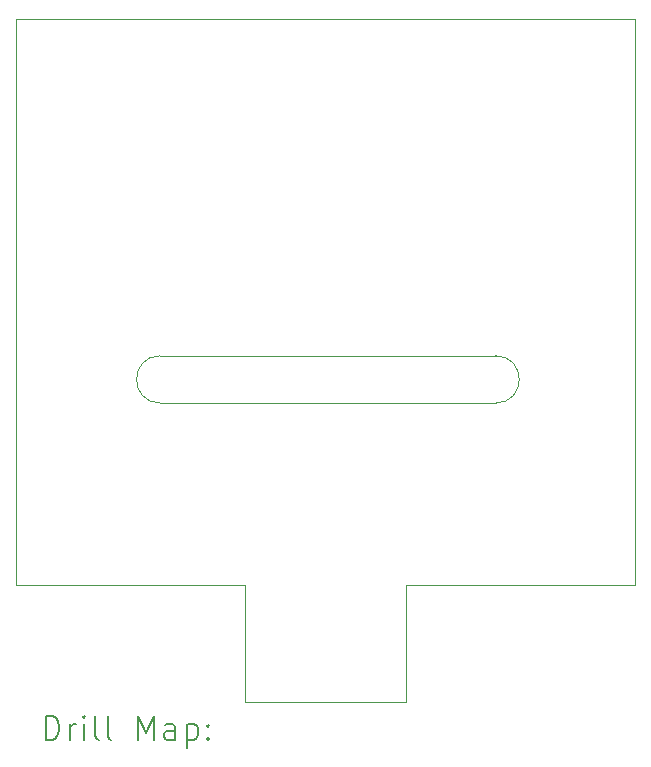
<source format=gbr>
%FSLAX45Y45*%
G04 Gerber Fmt 4.5, Leading zero omitted, Abs format (unit mm)*
G04 Created by KiCad (PCBNEW 6.0.5+dfsg-1) date 2022-06-12 19:52:06*
%MOMM*%
%LPD*%
G01*
G04 APERTURE LIST*
%TA.AperFunction,Profile*%
%ADD10C,0.100000*%
%TD*%
%ADD11C,0.200000*%
G04 APERTURE END LIST*
D10*
X11480000Y-10740000D02*
X10435000Y-10740000D01*
X12372500Y-11735000D02*
X12372500Y-10740000D01*
X11655000Y-9200000D02*
X14495000Y-9200000D01*
X14495000Y-9200000D02*
G75*
G03*
X14495000Y-8800000I0J200000D01*
G01*
X13740000Y-11735000D02*
X13740000Y-10745000D01*
X15675000Y-10745000D02*
X15675000Y-10585000D01*
X14630000Y-10745000D02*
X15675000Y-10745000D01*
X12372500Y-11735000D02*
X13740000Y-11735000D01*
X15675000Y-10585000D02*
X15675000Y-5945000D01*
X15675000Y-5945000D02*
X10435000Y-5945000D01*
X14495000Y-8800000D02*
X11655000Y-8800000D01*
X11655000Y-8800000D02*
G75*
G03*
X11655000Y-9200000I0J-200000D01*
G01*
X10435000Y-10740000D02*
X10435000Y-10585000D01*
X12372500Y-10740000D02*
X11480000Y-10740000D01*
X13740000Y-10745000D02*
X14630000Y-10745000D01*
X10435000Y-5945000D02*
X10435000Y-10585000D01*
D11*
X10687619Y-12050476D02*
X10687619Y-11850476D01*
X10735238Y-11850476D01*
X10763810Y-11860000D01*
X10782857Y-11879048D01*
X10792381Y-11898095D01*
X10801905Y-11936190D01*
X10801905Y-11964762D01*
X10792381Y-12002857D01*
X10782857Y-12021905D01*
X10763810Y-12040952D01*
X10735238Y-12050476D01*
X10687619Y-12050476D01*
X10887619Y-12050476D02*
X10887619Y-11917143D01*
X10887619Y-11955238D02*
X10897143Y-11936190D01*
X10906667Y-11926667D01*
X10925714Y-11917143D01*
X10944762Y-11917143D01*
X11011429Y-12050476D02*
X11011429Y-11917143D01*
X11011429Y-11850476D02*
X11001905Y-11860000D01*
X11011429Y-11869524D01*
X11020952Y-11860000D01*
X11011429Y-11850476D01*
X11011429Y-11869524D01*
X11135238Y-12050476D02*
X11116190Y-12040952D01*
X11106667Y-12021905D01*
X11106667Y-11850476D01*
X11240000Y-12050476D02*
X11220952Y-12040952D01*
X11211428Y-12021905D01*
X11211428Y-11850476D01*
X11468571Y-12050476D02*
X11468571Y-11850476D01*
X11535238Y-11993333D01*
X11601905Y-11850476D01*
X11601905Y-12050476D01*
X11782857Y-12050476D02*
X11782857Y-11945714D01*
X11773333Y-11926667D01*
X11754286Y-11917143D01*
X11716190Y-11917143D01*
X11697143Y-11926667D01*
X11782857Y-12040952D02*
X11763809Y-12050476D01*
X11716190Y-12050476D01*
X11697143Y-12040952D01*
X11687619Y-12021905D01*
X11687619Y-12002857D01*
X11697143Y-11983809D01*
X11716190Y-11974286D01*
X11763809Y-11974286D01*
X11782857Y-11964762D01*
X11878095Y-11917143D02*
X11878095Y-12117143D01*
X11878095Y-11926667D02*
X11897143Y-11917143D01*
X11935238Y-11917143D01*
X11954286Y-11926667D01*
X11963809Y-11936190D01*
X11973333Y-11955238D01*
X11973333Y-12012381D01*
X11963809Y-12031428D01*
X11954286Y-12040952D01*
X11935238Y-12050476D01*
X11897143Y-12050476D01*
X11878095Y-12040952D01*
X12059048Y-12031428D02*
X12068571Y-12040952D01*
X12059048Y-12050476D01*
X12049524Y-12040952D01*
X12059048Y-12031428D01*
X12059048Y-12050476D01*
X12059048Y-11926667D02*
X12068571Y-11936190D01*
X12059048Y-11945714D01*
X12049524Y-11936190D01*
X12059048Y-11926667D01*
X12059048Y-11945714D01*
M02*

</source>
